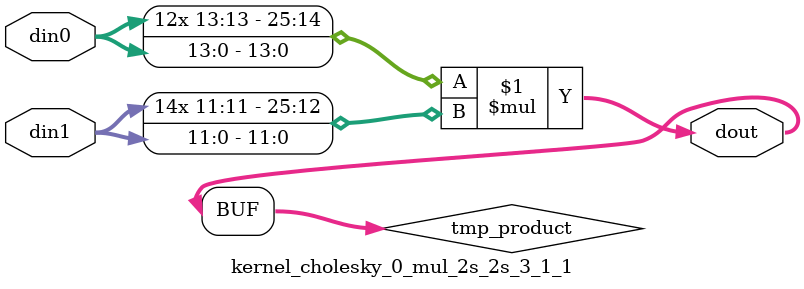
<source format=v>

`timescale 1 ns / 1 ps

 module kernel_cholesky_0_mul_2s_2s_3_1_1(din0, din1, dout);
parameter ID = 1;
parameter NUM_STAGE = 0;
parameter din0_WIDTH = 14;
parameter din1_WIDTH = 12;
parameter dout_WIDTH = 26;

input [din0_WIDTH - 1 : 0] din0; 
input [din1_WIDTH - 1 : 0] din1; 
output [dout_WIDTH - 1 : 0] dout;

wire signed [dout_WIDTH - 1 : 0] tmp_product;



























assign tmp_product = $signed(din0) * $signed(din1);








assign dout = tmp_product;





















endmodule

</source>
